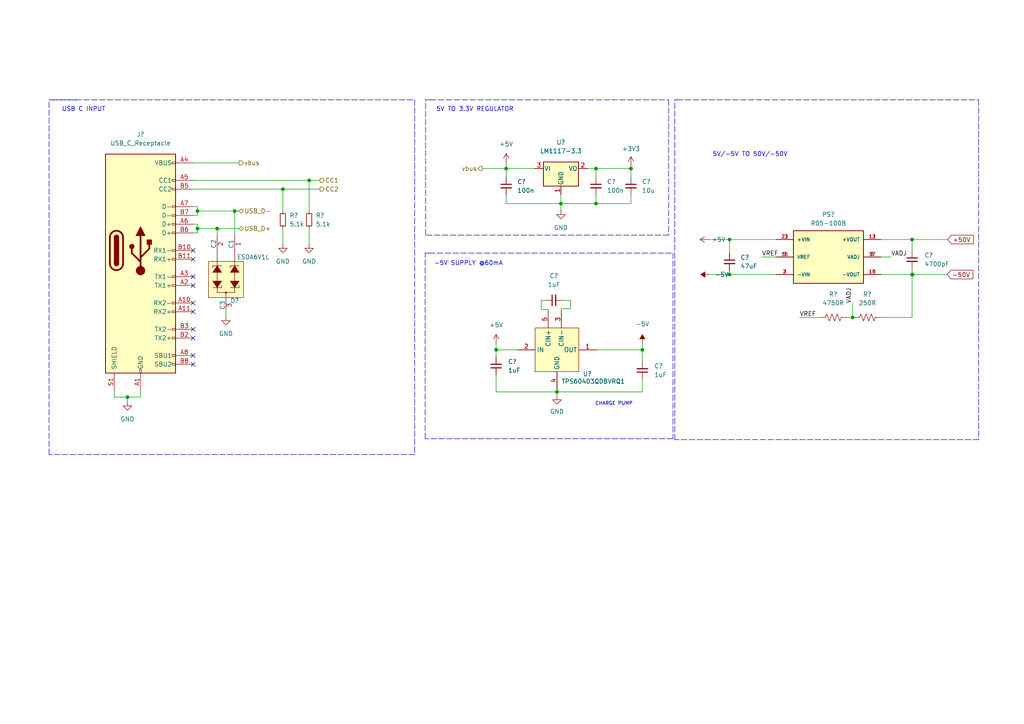
<source format=kicad_sch>
(kicad_sch (version 20211123) (generator eeschema)
  (paper "A4")
  (title_block (date "2022-01-20") (comment 2 "CHECKED BY: Pdev") (comment 3 "DESIGNED BY: Simon") (comment 4 "STM32 BOARD "))
  (lib_symbols
    (symbol "Connector:USB_C_Receptacle" (pin_names (offset 1.016))
      (property "Reference" "J" (at -10.16 29.21 0))
      (property "Value" "USB_C_Receptacle" (at 10.16 29.21 0))
      (symbol "USB_C_Receptacle_0_0"
        (rectangle (start -0.254 -35.56) (end 0.254 -34.544))
        (rectangle (start 10.16 -32.766) (end 9.144 -33.274))
        (rectangle (start 10.16 -30.226) (end 9.144 -30.734))
        (rectangle (start 10.16 -25.146) (end 9.144 -25.654))
        (rectangle (start 10.16 -22.606) (end 9.144 -23.114))
        (rectangle (start 10.16 -17.526) (end 9.144 -18.034))
        (rectangle (start 10.16 -14.986) (end 9.144 -15.494))
        (rectangle (start 10.16 -9.906) (end 9.144 -10.414))
        (rectangle (start 10.16 -7.366) (end 9.144 -7.874))
        (rectangle (start 10.16 -2.286) (end 9.144 -2.794))
        (rectangle (start 10.16 0.254) (end 9.144 -0.254))
        (rectangle (start 10.16 5.334) (end 9.144 4.826))
        (rectangle (start 10.16 7.874) (end 9.144 7.366))
        (rectangle (start 10.16 10.414) (end 9.144 9.906))
        (rectangle (start 10.16 12.954) (end 9.144 12.446))
        (rectangle (start 10.16 18.034) (end 9.144 17.526))
        (rectangle (start 10.16 20.574) (end 9.144 20.066))
        (rectangle (start 10.16 25.654) (end 9.144 25.146))
      )
      (symbol "USB_C_Receptacle_0_1"
        (rectangle (start -10.16 27.94) (end 10.16 -35.56) (stroke (width 0.254)) (fill (type background)))
        (arc (start -8.89 -3.81) (mid -6.985 -5.715) (end -5.08 -3.81) (stroke (width 0.508)))
        (arc (start -7.62 -3.81) (mid -6.985 -4.445) (end -6.35 -3.81) (stroke (width 0.254)))
        (arc (start -7.62 -3.81) (mid -6.985 -4.445) (end -6.35 -3.81) (stroke (width 0.254)) (fill (type outline)))
        (rectangle (start -7.62 -3.81) (end -6.35 3.81) (stroke (width 0.254)) (fill (type outline)))
        (arc (start -6.35 3.81) (mid -6.985 4.445) (end -7.62 3.81) (stroke (width 0.254)))
        (arc (start -6.35 3.81) (mid -6.985 4.445) (end -7.62 3.81) (stroke (width 0.254)) (fill (type outline)))
        (arc (start -5.08 3.81) (mid -6.985 5.715) (end -8.89 3.81) (stroke (width 0.508)))
        (polyline (pts (xy -8.89 -3.81) (xy -8.89 3.81)) (stroke (width 0.508)))
        (polyline (pts (xy -5.08 3.81) (xy -5.08 -3.81)) (stroke (width 0.508)))
      )
      (symbol "USB_C_Receptacle_1_1"
        (circle (center -2.54 1.143) (radius 0.635) (stroke (width 0.254)) (fill (type outline)))
        (circle (center 0 -5.842) (radius 1.27) (fill (type outline)))
        (polyline (pts (xy 0 -5.842) (xy 0 4.318)) (stroke (width 0.508)))
        (polyline (pts (xy 0 -3.302) (xy -2.54 -0.762) (xy -2.54 0.508)) (stroke (width 0.508)))
        (polyline (pts (xy 0 -2.032) (xy 2.54 0.508) (xy 2.54 1.778)) (stroke (width 0.508)))
        (polyline (pts (xy -1.27 4.318) (xy 0 6.858) (xy 1.27 4.318) (xy -1.27 4.318)) (stroke (width 0.254)) (fill (type outline)))
        (rectangle (start 1.905 1.778) (end 3.175 3.048) (stroke (width 0.254)) (fill (type outline)))
        (pin passive line (at 0 -40.64 90) (length 5.08) (name "GND") (number "A1"))
        (pin bidirectional line (at 15.24 -15.24 180) (length 5.08) (name "RX2-") (number "A10"))
        (pin bidirectional line (at 15.24 -17.78 180) (length 5.08) (name "RX2+") (number "A11"))
        (pin passive line (at 0 -40.64 90) (length 5.08) hide (name "GND") (number "A12"))
        (pin bidirectional line (at 15.24 -10.16 180) (length 5.08) (name "TX1+") (number "A2"))
        (pin bidirectional line (at 15.24 -7.62 180) (length 5.08) (name "TX1-") (number "A3"))
        (pin passive line (at 15.24 25.4 180) (length 5.08) (name "VBUS") (number "A4"))
        (pin bidirectional line (at 15.24 20.32 180) (length 5.08) (name "CC1") (number "A5"))
        (pin bidirectional line (at 15.24 7.62 180) (length 5.08) (name "D+") (number "A6"))
        (pin bidirectional line (at 15.24 12.7 180) (length 5.08) (name "D-") (number "A7"))
        (pin bidirectional line (at 15.24 -30.48 180) (length 5.08) (name "SBU1") (number "A8"))
        (pin passive line (at 15.24 25.4 180) (length 5.08) hide (name "VBUS") (number "A9"))
        (pin passive line (at 0 -40.64 90) (length 5.08) hide (name "GND") (number "B1"))
        (pin bidirectional line (at 15.24 0 180) (length 5.08) (name "RX1-") (number "B10"))
        (pin bidirectional line (at 15.24 -2.54 180) (length 5.08) (name "RX1+") (number "B11"))
        (pin passive line (at 0 -40.64 90) (length 5.08) hide (name "GND") (number "B12"))
        (pin bidirectional line (at 15.24 -25.4 180) (length 5.08) (name "TX2+") (number "B2"))
        (pin bidirectional line (at 15.24 -22.86 180) (length 5.08) (name "TX2-") (number "B3"))
        (pin passive line (at 15.24 25.4 180) (length 5.08) hide (name "VBUS") (number "B4"))
        (pin bidirectional line (at 15.24 17.78 180) (length 5.08) (name "CC2") (number "B5"))
        (pin bidirectional line (at 15.24 5.08 180) (length 5.08) (name "D+") (number "B6"))
        (pin bidirectional line (at 15.24 10.16 180) (length 5.08) (name "D-") (number "B7"))
        (pin bidirectional line (at 15.24 -33.02 180) (length 5.08) (name "SBU2") (number "B8"))
        (pin passive line (at 15.24 25.4 180) (length 5.08) hide (name "VBUS") (number "B9"))
        (pin passive line (at -7.62 -40.64 90) (length 5.08) (name "SHIELD") (number "S1"))
      )
    )
    (symbol "Device:C_Small" (pin_numbers hide) (pin_names (offset 0.254) hide)
      (property "Reference" "C" (at 0.254 1.778 0))
      (property "Value" "C_Small" (at 0.254 -2.032 0))
      (symbol "C_Small_0_1"
        (polyline (pts (xy -1.524 -0.508) (xy 1.524 -0.508)) (stroke (width 0.3302)))
        (polyline (pts (xy -1.524 0.508) (xy 1.524 0.508)) (stroke (width 0.3048)))
      )
      (symbol "C_Small_1_1"
        (pin passive line (at 0 2.54 270) (length 2.032) (name "~") (number "1"))
        (pin passive line (at 0 -2.54 90) (length 2.032) (name "~") (number "2"))
      )
    )
    (symbol "Device:R_Small" (pin_numbers hide) (pin_names (offset 0.254) hide)
      (property "Reference" "R" (at 0.762 0.508 0))
      (property "Value" "R_Small" (at 0.762 -1.016 0))
      (symbol "R_Small_0_1"
        (rectangle (start -0.762 1.778) (end 0.762 -1.778) (stroke (width 0.2032)))
      )
      (symbol "R_Small_1_1"
        (pin passive line (at 0 2.54 270) (length 0.762) (name "~") (number "1"))
        (pin passive line (at 0 -2.54 90) (length 0.762) (name "~") (number "2"))
      )
    )
    (symbol "Device:R_US" (pin_numbers hide) (pin_names (offset 0))
      (property "Reference" "R" (at 2.54 0 90))
      (property "Value" "R_US" (at -2.54 0 90))
      (symbol "R_US_0_1"
        (polyline (pts (xy 0 -2.286) (xy 0 -2.54)))
        (polyline (pts (xy 0 2.286) (xy 0 2.54)))
        (polyline (pts (xy 0 -0.762) (xy 1.016 -1.143) (xy 0 -1.524) (xy -1.016 -1.905) (xy 0 -2.286)))
        (polyline (pts (xy 0 0.762) (xy 1.016 0.381) (xy 0 0) (xy -1.016 -0.381) (xy 0 -0.762)))
        (polyline (pts (xy 0 2.286) (xy 1.016 1.905) (xy 0 1.524) (xy -1.016 1.143) (xy 0 0.762)))
      )
      (symbol "R_US_1_1"
        (pin passive line (at 0 3.81 270) (length 1.27) (name "~") (number "1"))
        (pin passive line (at 0 -3.81 90) (length 1.27) (name "~") (number "2"))
      )
    )
    (symbol "GCL_Integrated-Circuits:TPS60403QDBVRQ1"
      (property "Reference" "U" (at 0 4.445 0))
      (property "Value" "TPS60403QDBVRQ1" (at 1.27 2.54 0))
      (symbol "TPS60403QDBVRQ1_0_0"
        (pin power_in line (at 15.24 -11.43 180) (length 5.08) (name "OUT") (number "1"))
        (pin power_in line (at -7.62 -11.43 0) (length 5.08) (name "IN") (number "2"))
        (pin power_in line (at 5.08 0 270) (length 5.08) (name "CIN-") (number "3"))
        (pin power_in line (at 3.81 -22.86 90) (length 5.08) (name "GND") (number "4"))
        (pin power_in line (at 1.27 0 270) (length 5.08) (name "CIN+") (number "5"))
      )
      (symbol "TPS60403QDBVRQ1_0_1"
        (rectangle (start -2.54 -5.08) (end 10.16 -17.78) (fill (type background)))
      )
    )
    (symbol "R05-100B:R05-100B" (pin_names (offset 1.016))
      (property "Reference" "PS" (at -10.16 8.636 0))
      (property "Value" "R05-100B" (at -10.16 -10.922 0))
      (symbol "R05-100B_0_0"
        (rectangle (start -10.16 -7.62) (end 10.16 7.62) (stroke (width 0.254)) (fill (type background)))
        (pin output line (at 15.24 -5.08 180) (length 5.08) (name "-VOUT") (number "10"))
        (pin output line (at 15.24 5.08 180) (length 5.08) (name "+VOUT") (number "12"))
        (pin output line (at 15.24 5.08 180) (length 5.08) (name "+VOUT") (number "13"))
        (pin output line (at 15.24 -5.08 180) (length 5.08) (name "-VOUT") (number "15"))
        (pin input line (at -15.24 0 0) (length 5.08) (name "VREF") (number "16"))
        (pin passive line (at 15.24 0 180) (length 5.08) (name "VADJ") (number "17"))
        (pin input line (at -15.24 -5.08 0) (length 5.08) (name "-VIN") (number "2"))
        (pin input line (at -15.24 5.08 0) (length 5.08) (name "+VIN") (number "22"))
        (pin input line (at -15.24 5.08 0) (length 5.08) (name "+VIN") (number "23"))
        (pin input line (at -15.24 -5.08 0) (length 5.08) (name "-VIN") (number "3"))
        (pin passive line (at 15.24 0 180) (length 5.08) (name "VADJ") (number "8"))
        (pin input line (at -15.24 0 0) (length 5.08) (name "VREF") (number "9"))
      )
    )
    (symbol "Regulator_Linear:LM1117-3.3" (pin_names (offset 0.254))
      (property "Reference" "U" (at -3.81 3.175 0))
      (property "Value" "LM1117-3.3" (at 0 3.175 0))
      (symbol "LM1117-3.3_0_1"
        (rectangle (start -5.08 -5.08) (end 5.08 1.905) (stroke (width 0.254)) (fill (type background)))
      )
      (symbol "LM1117-3.3_1_1"
        (pin power_in line (at 0 -7.62 90) (length 2.54) (name "GND") (number "1"))
        (pin power_out line (at 7.62 0 180) (length 2.54) (name "VO") (number "2"))
        (pin power_in line (at -7.62 0 0) (length 2.54) (name "VI") (number "3"))
      )
    )
    (symbol "dk_TVS-Diodes:PESD1CAN-UX" (pin_names (offset 0))
      (property "Reference" "D?" (at 5.715 1.8415 90))
      (property "Value" "ESDA6V1L" (at 5.715 -1.9685 90))
      (symbol "PESD1CAN-UX_0_1"
        (rectangle (start -5.08 5.08) (end 5.461 -5.08) (fill (type background)))
        (polyline (pts (xy -3.81 -3.81) (xy -3.175 -3.81)))
        (polyline (pts (xy -3.81 -2.54) (xy -7.62 -2.54)))
        (polyline (pts (xy -3.81 -1.27) (xy -3.81 -3.81)))
        (polyline (pts (xy -3.81 1.27) (xy -3.175 1.27)))
        (polyline (pts (xy -3.81 2.54) (xy -7.62 2.54)))
        (polyline (pts (xy -3.81 3.81) (xy -3.81 1.27)))
        (polyline (pts (xy 0.635 -2.54) (xy -1.905 -2.54)))
        (polyline (pts (xy 0.635 2.54) (xy -1.905 2.54)))
        (polyline (pts (xy 0.635 2.54) (xy 0.635 2.54)))
        (polyline (pts (xy 2.54 -1.27) (xy 1.905 -1.27)))
        (polyline (pts (xy 2.54 -1.27) (xy 2.54 -3.81)))
        (polyline (pts (xy 2.54 3.81) (xy 1.905 3.81)))
        (polyline (pts (xy 2.54 3.81) (xy 2.54 1.27)))
        (polyline (pts (xy 3.937 0) (xy 6.477 0)))
        (polyline (pts (xy -1.905 -1.27) (xy -1.905 -3.81) (xy -3.81 -2.54) (xy -1.905 -1.27)) (fill (type outline)))
        (polyline (pts (xy -1.905 1.27) (xy -1.905 3.81) (xy -3.81 2.54) (xy -1.905 1.27)) (fill (type outline)))
        (polyline (pts (xy 0.635 -1.27) (xy 0.635 -3.81) (xy 2.54 -2.54) (xy 0.635 -1.27)) (fill (type outline)))
        (polyline (pts (xy 0.635 3.81) (xy 0.635 1.27) (xy 2.54 2.54) (xy 0.635 3.81)) (fill (type outline)))
        (polyline (pts (xy 1.397 2.54) (xy 3.937 2.54) (xy 3.937 -2.54) (xy 1.397 -2.54)))
        (circle (center 3.937 0) (radius 0.1778) (fill (type outline)))
      )
      (symbol "PESD1CAN-UX_1_1"
        (pin bidirectional line (at -12.7 2.54 0) (length 5.08) (name "C1") (number "1"))
        (pin bidirectional line (at -12.7 -2.54 0) (length 5.08) (name "C2") (number "2"))
        (pin bidirectional line (at 8.89 0 180) (length 2.54) (name "C3") (number "3"))
      )
    )
    (symbol "power:+3.3V" (power) (pin_names (offset 0))
      (property "Value" "+3.3V" (at 0 3.556 0))
      (symbol "+3.3V_0_1"
        (polyline (pts (xy -0.762 1.27) (xy 0 2.54)))
        (polyline (pts (xy 0 0) (xy 0 2.54)))
        (polyline (pts (xy 0 2.54) (xy 0.762 1.27)))
      )
      (symbol "+3.3V_1_1"
        (pin power_in line (at 0 0 90) (length 0) hide (name "+3V3") (number "1"))
      )
    )
    (symbol "power:+5V" (power) (pin_names (offset 0))
      (property "Value" "+5V" (at 0 3.556 0))
      (symbol "+5V_0_1"
        (polyline (pts (xy -0.762 1.27) (xy 0 2.54)))
        (polyline (pts (xy 0 0) (xy 0 2.54)))
        (polyline (pts (xy 0 2.54) (xy 0.762 1.27)))
      )
      (symbol "+5V_1_1"
        (pin power_in line (at 0 0 90) (length 0) hide (name "+5V") (number "1"))
      )
    )
    (symbol "power:-5V" (power) (pin_names (offset 0))
      (property "Value" "-5V" (at 0 3.81 0))
      (symbol "-5V_0_0"
        (pin power_in line (at 0 0 90) (length 0) hide (name "-5V") (number "1"))
      )
      (symbol "-5V_0_1"
        (polyline (pts (xy 0 0) (xy 0 1.27) (xy 0.762 1.27) (xy 0 2.54) (xy -0.762 1.27) (xy 0 1.27)) (fill (type outline)))
      )
    )
    (symbol "power:GND" (power) (pin_names (offset 0))
      (property "Value" "GND" (at 0 -3.81 0))
      (symbol "GND_0_1"
        (polyline (pts (xy 0 0) (xy 0 -1.27) (xy 1.27 -1.27) (xy 0 -2.54) (xy -1.27 -1.27) (xy 0 -1.27)))
      )
      (symbol "GND_1_1"
        (pin power_in line (at 0 0 270) (length 0) hide (name "GND") (number "1"))
      )
    )
  )
  (junction (at 89.662 52.324))
  (junction (at 186.309 101.473))
  (junction (at 62.992 66.294))
  (junction (at 162.687 59.055))
  (junction (at 264.668 79.629))
  (junction (at 143.891 101.473))
  (junction (at 161.544 113.665))
  (junction (at 82.042 54.864))
  (junction (at 36.957 115.189))
  (junction (at 172.847 48.895))
  (junction (at 264.541 69.469))
  (junction (at 183.007 48.895))
  (junction (at 172.847 59.055))
  (junction (at 211.582 69.469))
  (junction (at 57.277 61.214))
  (junction (at 211.582 79.629))
  (junction (at 146.812 48.895))
  (junction (at 264.541 79.629))
  (junction (at 57.277 66.294))
  (junction (at 247.269 92.075))
  (junction (at 68.072 61.214))
  (no_connect (at 56.007 72.644))
  (no_connect (at 56.007 75.184))
  (no_connect (at 56.007 80.264))
  (no_connect (at 56.007 82.804))
  (no_connect (at 56.007 87.884))
  (no_connect (at 56.007 90.424))
  (no_connect (at 56.007 95.504))
  (no_connect (at 56.007 98.044))
  (no_connect (at 56.007 103.124))
  (no_connect (at 56.007 105.664))
  (polyline (pts (xy 21.971 28.956) (xy 21.971 29.21)))
  (wire (pts (xy 146.812 48.895) (xy 146.812 51.435)))
  (wire (pts (xy 56.007 59.944) (xy 57.277 59.944)))
  (wire (pts (xy 186.309 101.473) (xy 172.974 101.473)))
  (wire (pts (xy 56.007 67.564) (xy 57.277 67.564)))
  (wire (pts (xy 57.277 61.214) (xy 57.277 59.944)))
  (wire (pts (xy 231.902 92.075) (xy 237.871 92.075)))
  (polyline (pts (xy 14.224 28.956) (xy 21.971 28.956)))
  (wire (pts (xy 264.541 69.469) (xy 264.541 72.771)))
  (wire (pts (xy 146.812 56.515) (xy 146.812 59.055)))
  (wire (pts (xy 163.195 87.122) (xy 165.481 87.122)))
  (wire (pts (xy 211.582 78.486) (xy 211.582 79.629)))
  (wire (pts (xy 172.847 48.895) (xy 183.007 48.895)))
  (wire (pts (xy 220.98 74.549) (xy 225.044 74.549)))
  (wire (pts (xy 156.972 87.122) (xy 158.115 87.122)))
  (wire (pts (xy 255.524 74.549) (xy 258.445 74.549)))
  (wire (pts (xy 205.74 79.629) (xy 211.582 79.629)))
  (wire (pts (xy 56.007 65.024) (xy 57.277 65.024)))
  (wire (pts (xy 255.524 79.629) (xy 264.541 79.629)))
  (polyline (pts (xy 120.269 131.826) (xy 14.224 131.826)))
  (wire (pts (xy 33.147 113.284) (xy 33.147 115.189)))
  (wire (pts (xy 57.277 66.294) (xy 57.277 67.564)))
  (polyline (pts (xy 123.444 68.199) (xy 123.444 28.956)))
  (wire (pts (xy 89.662 52.324) (xy 92.837 52.324)))
  (wire (pts (xy 82.042 54.864) (xy 92.837 54.864)))
  (wire (pts (xy 186.309 99.568) (xy 186.309 101.473)))
  (wire (pts (xy 183.007 59.055) (xy 183.007 56.515)))
  (wire (pts (xy 162.687 59.055) (xy 162.687 60.96)))
  (polyline (pts (xy 283.845 28.956) (xy 283.845 127.508)))
  (wire (pts (xy 68.072 61.214) (xy 69.342 61.214)))
  (wire (pts (xy 172.847 48.895) (xy 172.847 51.435)))
  (wire (pts (xy 161.544 112.903) (xy 161.544 113.665)))
  (wire (pts (xy 247.269 92.075) (xy 247.777 92.075)))
  (wire (pts (xy 211.582 69.469) (xy 211.582 73.406)))
  (wire (pts (xy 264.541 92.075) (xy 264.541 79.629)))
  (wire (pts (xy 255.524 69.469) (xy 264.541 69.469)))
  (wire (pts (xy 56.007 47.244) (xy 69.342 47.244)))
  (wire (pts (xy 89.662 66.294) (xy 89.662 70.739)))
  (polyline (pts (xy 193.929 68.199) (xy 123.444 68.199)))
  (wire (pts (xy 159.004 89.789) (xy 156.972 89.789)))
  (wire (pts (xy 156.972 89.789) (xy 156.972 87.122)))
  (wire (pts (xy 161.544 113.665) (xy 186.309 113.665)))
  (wire (pts (xy 40.767 115.189) (xy 40.767 113.284)))
  (polyline (pts (xy 15.113 28.956) (xy 120.269 28.956)))
  (wire (pts (xy 146.812 59.055) (xy 162.687 59.055)))
  (wire (pts (xy 183.007 48.895) (xy 183.007 51.435)))
  (polyline (pts (xy 195.199 73.406) (xy 195.199 127.254)))
  (wire (pts (xy 56.007 62.484) (xy 57.277 62.484)))
  (wire (pts (xy 143.891 99.568) (xy 143.891 101.473)))
  (wire (pts (xy 146.812 48.895) (xy 155.067 48.895)))
  (wire (pts (xy 162.687 59.055) (xy 172.847 59.055)))
  (wire (pts (xy 183.007 48.006) (xy 183.007 48.895)))
  (wire (pts (xy 165.481 89.535) (xy 162.814 89.535)))
  (wire (pts (xy 143.891 113.665) (xy 161.544 113.665)))
  (polyline (pts (xy 195.199 127.254) (xy 123.317 127.254)))
  (wire (pts (xy 56.007 52.324) (xy 89.662 52.324)))
  (wire (pts (xy 205.613 69.469) (xy 211.582 69.469)))
  (wire (pts (xy 161.544 113.665) (xy 161.544 114.681)))
  (wire (pts (xy 186.309 113.665) (xy 186.309 109.982)))
  (wire (pts (xy 68.072 61.214) (xy 68.072 68.199)))
  (wire (pts (xy 264.668 79.629) (xy 274.701 79.629)))
  (polyline (pts (xy 124.46 73.406) (xy 195.199 73.406)))
  (wire (pts (xy 247.269 88.011) (xy 247.269 92.075)))
  (polyline (pts (xy 195.707 127.508) (xy 195.707 28.956)))
  (polyline (pts (xy 196.469 28.956) (xy 283.845 28.956)))
  (wire (pts (xy 159.004 90.043) (xy 159.004 89.789)))
  (wire (pts (xy 65.532 89.789) (xy 65.532 91.694)))
  (wire (pts (xy 162.814 89.535) (xy 162.814 90.043)))
  (wire (pts (xy 57.277 66.294) (xy 62.992 66.294)))
  (polyline (pts (xy 193.929 28.956) (xy 193.929 68.199)))
  (wire (pts (xy 36.957 115.189) (xy 40.767 115.189)))
  (wire (pts (xy 143.891 108.712) (xy 143.891 113.665)))
  (wire (pts (xy 165.481 87.122) (xy 165.481 89.535)))
  (polyline (pts (xy 120.269 28.956) (xy 120.269 131.826)))
  (wire (pts (xy 82.042 66.294) (xy 82.042 70.739)))
  (wire (pts (xy 211.582 69.469) (xy 225.044 69.469)))
  (wire (pts (xy 57.277 65.024) (xy 57.277 66.294)))
  (wire (pts (xy 57.277 62.484) (xy 57.277 61.214)))
  (wire (pts (xy 89.662 52.324) (xy 89.662 61.214)))
  (wire (pts (xy 143.891 101.473) (xy 143.891 103.632)))
  (wire (pts (xy 139.827 48.895) (xy 146.812 48.895)))
  (wire (pts (xy 245.491 92.075) (xy 247.269 92.075)))
  (wire (pts (xy 211.582 79.629) (xy 225.044 79.629)))
  (wire (pts (xy 186.309 104.902) (xy 186.309 101.473)))
  (wire (pts (xy 255.397 92.075) (xy 264.541 92.075)))
  (wire (pts (xy 62.992 66.294) (xy 62.992 68.199)))
  (wire (pts (xy 56.007 54.864) (xy 82.042 54.864)))
  (wire (pts (xy 36.957 115.189) (xy 36.957 116.459)))
  (polyline (pts (xy 195.707 28.956) (xy 196.596 28.956)))
  (polyline (pts (xy 123.317 73.406) (xy 124.587 73.406)))
  (wire (pts (xy 172.847 56.515) (xy 172.847 59.055)))
  (wire (pts (xy 146.812 47.117) (xy 146.812 48.895)))
  (polyline (pts (xy 14.224 131.826) (xy 14.224 28.956)))
  (wire (pts (xy 170.307 48.895) (xy 172.847 48.895)))
  (wire (pts (xy 264.541 69.469) (xy 274.828 69.469)))
  (polyline (pts (xy 283.845 127.508) (xy 195.707 127.508)))
  (wire (pts (xy 57.277 61.214) (xy 68.072 61.214)))
  (polyline (pts (xy 123.317 127.254) (xy 123.317 73.406)))
  (polyline (pts (xy 123.444 28.956) (xy 125.095 28.956)))
  (wire (pts (xy 150.114 101.473) (xy 143.891 101.473)))
  (wire (pts (xy 33.147 115.189) (xy 36.957 115.189)))
  (wire (pts (xy 82.042 54.864) (xy 82.042 61.214)))
  (wire (pts (xy 62.992 66.294) (xy 69.342 66.294)))
  (polyline (pts (xy 124.841 28.956) (xy 193.929 28.956)))
  (wire (pts (xy 172.847 59.055) (xy 183.007 59.055)))
  (wire (pts (xy 162.687 56.515) (xy 162.687 59.055)))
  (wire (pts (xy 264.541 77.851) (xy 264.541 79.629)))
  (text "USB C INPUT\n" (at 17.907 32.512 0) (effects (font (size 1.27 1.27)) (justify left bottom)))
  (text "5V TO 3.3V REGULATOR\n" (at 126.492 32.512 0) (effects (font (size 1.27 1.27)) (justify left bottom)))
  (text "CHARGE PUMP" (at 172.593 117.729 0) (effects (font (size 1 1)) (justify left bottom)))
  (text "5V/-5V TO 50V/-50V " (at 206.629 45.593 0) (effects (font (size 1.27 1.27)) (justify left bottom)))
  (text "-5V SUPPLY @60mA\n\n" (at 125.857 79.248 0) (effects (font (size 1.27 1.27)) (justify left bottom)))
  (label "VADJ" (at 258.445 74.549 0))
  (label "VREF" (at 220.98 74.549 0))
  (label "VADJ" (at 247.269 88.011 90))
  (label "VREF" (at 231.902 92.075 0))
  (global_label "-50V" (shape input) (at 274.701 79.629 0) (property "Intersheet References" "${INTERSHEET_REFS}" (effects hide)))
  (global_label "+50V" (shape input) (at 274.828 69.469 0) (property "Intersheet References" "${INTERSHEET_REFS}" (effects hide)))
  (hierarchical_label "CC2" (shape output) (at 92.837 54.864 0))
  (hierarchical_label "CC1" (shape output) (at 92.837 52.324 0))
  (hierarchical_label "vbus" (shape output) (at 69.342 47.244 0))
  (hierarchical_label "USB_D+" (shape bidirectional) (at 69.342 66.294 0))
  (hierarchical_label "USB_D-" (shape bidirectional) (at 69.342 61.214 0))
  (hierarchical_label "vbus" (shape output) (at 139.827 48.895 180))
  (symbol (lib_id "power:GND") (at 161.544 114.681 0) (unit 1)
    (property "Reference" "#PWR?" (effects hide))
    (property "Value" "GND" (at 161.544 119.38 0))
  )
  (symbol (lib_id "power:GND") (at 65.532 91.694 0) (unit 1)
    (property "Reference" "#PWR?" (effects hide))
    (property "Value" "GND" (at 65.532 96.774 0))
  )
  (symbol (lib_id "Device:R_US") (at 251.587 92.075 90) (unit 1)
    (property "Reference" "R?" (at 251.587 85.344 90))
    (property "Value" "250R" (at 251.587 87.884 90))
  )
  (symbol (lib_id "power:+5V") (at 146.812 47.117 0) (unit 1)
    (property "Reference" "#PWR?" (effects hide))
    (property "Value" "+5V" (at 146.812 41.783 0))
  )
  (symbol (lib_id "dk_TVS-Diodes:PESD1CAN-UX") (at 65.532 80.899 270) (unit 1)
    (property "Reference" "D?" (at 66.802 87.249 90) (effects (justify left)))
    (property "Value" "ESDA6V1L" (at 68.707 74.549 90) (effects (justify left)))
    (property "Footprint" "digikey-footprints:SOT-323" (effects hide))
    (property "Datasheet" "https://assets.nexperia.com/documents/data-sheet/PESD1CAN-U.pdf" (effects hide))
    (property "Digi-Key_PN" "1727-1306-1-ND" (effects hide))
    (property "MPN" "PESD1CAN-UX" (effects hide))
    (property "Category" "Circuit Protection" (effects hide))
    (property "Family" "TVS - Diodes" (effects hide))
    (property "DK_Datasheet_Link" "https://assets.nexperia.com/documents/data-sheet/PESD1CAN-U.pdf" (effects hide))
    (property "DK_Detail_Page" "/product-detail/en/nexperia-usa-inc/PESD1CAN-UX/1727-1306-1-ND/4386316" (effects hide))
    (property "Description" "TVS DIODE 24V 50V SOT323-3" (effects hide))
    (property "Manufacturer" "Nexperia USA Inc." (effects hide))
    (property "Status" "Active" (effects hide))
  )
  (symbol (lib_id "R05-100B:R05-100B") (at 240.284 74.549 0) (unit 1)
    (property "Reference" "PS?" (at 240.284 62.23 0))
    (property "Value" "R05-100B" (at 240.284 64.77 0))
    (property "Footprint" "greencharge-footprints:CONV_R05-100B" (effects hide))
    (property "MAXIMUM_PACKAGE_HEIGHT" "9.4mm" (effects hide))
    (property "STANDARD" "Manufacturer Recommendations" (effects hide))
    (property "PARTREV" "7" (effects hide))
    (property "MANUFACTURER" "Recom" (effects hide))
  )
  (symbol (lib_id "Device:C_Small") (at 160.655 87.122 90) (unit 1)
    (property "Reference" "C?" (at 160.6613 80.01 90))
    (property "Value" "1uF" (at 160.6613 82.55 90))
  )
  (symbol (lib_id "power:GND") (at 162.687 60.96 0) (unit 1)
    (property "Reference" "#PWR?" (effects hide))
    (property "Value" "GND" (at 162.687 66.04 0))
  )
  (symbol (lib_id "Device:C_Small") (at 143.891 106.172 180) (unit 1)
    (property "Reference" "C?" (at 147.32 104.8955 0) (effects (justify right)))
    (property "Value" "1uF" (at 147.32 107.4355 0) (effects (justify right)))
  )
  (symbol (lib_id "Device:C_Small") (at 172.847 53.975 0) (unit 1)
    (property "Reference" "C?" (at 176.022 52.7112 0) (effects (justify left)))
    (property "Value" "100n" (at 176.022 55.2512 0) (effects (justify left)))
  )
  (symbol (lib_id "power:GND") (at 89.662 70.739 0) (unit 1)
    (property "Reference" "#PWR?" (effects hide))
    (property "Value" "GND" (at 89.662 75.819 0))
  )
  (symbol (lib_id "power:+3.3V") (at 183.007 48.006 0) (unit 1)
    (property "Reference" "#PWR?" (effects hide))
    (property "Value" "+3.3V" (at 183.007 43.18 0))
  )
  (symbol (lib_id "Device:C_Small") (at 183.007 53.975 0) (unit 1)
    (property "Reference" "C?" (at 186.182 52.7112 0) (effects (justify left)))
    (property "Value" "10u" (at 186.182 55.2512 0) (effects (justify left)))
  )
  (symbol (lib_id "Device:C_Small") (at 186.309 107.442 180) (unit 1)
    (property "Reference" "C?" (at 189.738 106.1655 0) (effects (justify right)))
    (property "Value" "1uF" (at 189.738 108.7055 0) (effects (justify right)))
  )
  (symbol (lib_id "Device:R_US") (at 241.681 92.075 90) (unit 1)
    (property "Reference" "R?" (at 241.681 85.344 90))
    (property "Value" "4750R" (at 241.681 87.884 90))
  )
  (symbol (lib_id "power:GND") (at 82.042 70.739 0) (unit 1)
    (property "Reference" "#PWR?" (effects hide))
    (property "Value" "GND" (at 82.042 75.819 0))
  )
  (symbol (lib_id "GCL_Integrated-Circuits:TPS60403QDBVRQ1") (at 157.734 90.043 0) (unit 1)
    (property "Reference" "U?" (at 169.037 108.458 0) (effects (justify left)))
    (property "Value" "TPS60403QDBVRQ1" (at 162.814 110.617 0) (effects (justify left)))
    (property "Footprint" "Package_TO_SOT_SMD:SOT-23-5" (effects hide))
  )
  (symbol (lib_id "Device:C_Small") (at 264.541 75.311 0) (unit 1)
    (property "Reference" "C?" (at 268.097 74.0472 0) (effects (justify left)))
    (property "Value" "4700pF" (at 268.097 76.5872 0) (effects (justify left)))
  )
  (symbol (lib_id "power:-5V") (at 186.309 99.568 0) (unit 1)
    (property "Reference" "#PWR?" (effects hide))
    (property "Value" "-5V" (at 186.309 93.98 0))
  )
  (symbol (lib_id "power:+5V") (at 143.891 99.568 0) (unit 1)
    (property "Reference" "#PWR?" (effects hide))
    (property "Value" "+5V" (at 143.891 94.234 0))
  )
  (symbol (lib_id "Device:C_Small") (at 146.812 53.975 0) (unit 1)
    (property "Reference" "C?" (at 149.987 52.7112 0) (effects (justify left)))
    (property "Value" "100n" (at 149.987 55.2512 0) (effects (justify left)))
  )
  (symbol (lib_id "power:GND") (at 36.957 116.459 0) (unit 1)
    (property "Reference" "#PWR?" (effects hide))
    (property "Value" "GND" (at 36.957 121.539 0))
  )
  (symbol (lib_id "power:-5V") (at 205.74 79.629 90) (unit 1)
    (property "Reference" "#PWR?" (effects hide))
    (property "Value" "-5V" (at 207.264 79.6289 90) (effects (justify right)))
  )
  (symbol (lib_id "Device:R_Small") (at 82.042 63.754 0) (unit 1)
    (property "Reference" "R?" (at 83.947 62.4839 0) (effects (justify left)))
    (property "Value" "5.1k" (at 83.947 65.0239 0) (effects (justify left)))
  )
  (symbol (lib_id "Device:R_Small") (at 89.662 63.754 0) (unit 1)
    (property "Reference" "R?" (at 91.567 62.4839 0) (effects (justify left)))
    (property "Value" "5.1k" (at 91.567 65.0239 0) (effects (justify left)))
  )
  (symbol (lib_id "Device:C_Small") (at 211.582 75.946 0) (unit 1)
    (property "Reference" "C?" (at 214.757 74.6822 0) (effects (justify left)))
    (property "Value" "47uF" (at 214.757 77.2222 0) (effects (justify left)))
  )
  (symbol (lib_id "power:+5V") (at 205.613 69.469 90) (unit 1)
    (property "Reference" "#PWR?" (effects hide))
    (property "Value" "+5V" (at 206.375 69.4689 90) (effects (justify right)))
  )
  (symbol (lib_id "Regulator_Linear:LM1117-3.3") (at 162.687 48.895 0) (unit 1)
    (property "Reference" "U?" (at 162.687 41.275 0))
    (property "Value" "LM1117-3.3" (at 162.687 43.815 0))
    (property "Datasheet" "http://www.ti.com/lit/ds/symlink/lm1117.pdf" (effects hide))
  )
  (symbol (lib_id "Connector:USB_C_Receptacle") (at 40.767 72.644 0) (unit 1)
    (property "Reference" "J?" (at 40.767 38.989 0))
    (property "Value" "USB_C_Receptacle" (at 40.767 41.529 0))
    (property "Footprint" "greencharge-footprints:WURTH_632723X00011" (effects hide))
    (property "Datasheet" "https://www.usb.org/sites/default/files/documents/usb_type-c.zip" (effects hide))
  )
)
</source>
